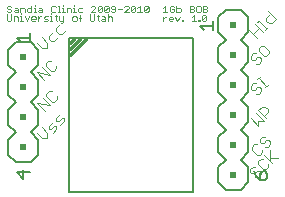
<source format=gto>
G75*
G70*
%OFA0B0*%
%FSLAX24Y24*%
%IPPOS*%
%LPD*%
%AMOC8*
5,1,8,0,0,1.08239X$1,22.5*
%
%ADD10C,0.0030*%
%ADD11C,0.0020*%
%ADD12C,0.0050*%
%ADD13C,0.0120*%
%ADD14C,0.0060*%
%ADD15R,0.0200X0.0200*%
D10*
X001778Y002332D02*
X001953Y002332D01*
X001953Y002507D01*
X001778Y002682D01*
X001995Y002636D02*
X001995Y002724D01*
X002126Y002855D01*
X002255Y002897D02*
X002255Y002984D01*
X002386Y003115D01*
X002430Y002984D02*
X002343Y002897D01*
X002255Y002897D01*
X002257Y002724D02*
X002169Y002724D01*
X002082Y002636D01*
X001995Y002636D01*
X002126Y002506D02*
X002257Y002636D01*
X002257Y002724D01*
X002386Y002766D02*
X002517Y002897D01*
X002517Y002984D01*
X002430Y002984D01*
X002056Y003411D02*
X001794Y003673D01*
X001923Y003715D02*
X001923Y003802D01*
X002011Y003890D01*
X002098Y003890D01*
X002272Y003715D02*
X002272Y003628D01*
X002185Y003541D01*
X002098Y003541D01*
X001923Y003715D01*
X002056Y003411D02*
X001619Y003498D01*
X001881Y003237D01*
X001604Y002507D02*
X001778Y002332D01*
X001858Y004252D02*
X001596Y004514D01*
X002033Y004427D01*
X001771Y004689D01*
X001901Y004731D02*
X002075Y004556D01*
X002162Y004556D01*
X002250Y004644D01*
X002250Y004731D01*
X002075Y004905D02*
X001988Y004905D01*
X001900Y004818D01*
X001901Y004731D01*
X001953Y005332D02*
X001778Y005332D01*
X001604Y005507D01*
X001778Y005682D02*
X001953Y005507D01*
X001953Y005332D01*
X002082Y005549D02*
X002169Y005549D01*
X002300Y005680D01*
X002343Y005810D02*
X002430Y005810D01*
X002561Y005940D01*
X002386Y006115D02*
X002255Y005984D01*
X002255Y005897D01*
X002343Y005810D01*
X002126Y005855D02*
X001995Y005724D01*
X001995Y005636D01*
X002082Y005549D01*
X008691Y005936D02*
X008953Y005674D01*
X008822Y005805D02*
X008997Y005980D01*
X008866Y006111D02*
X009128Y005849D01*
X009214Y005935D02*
X009301Y006022D01*
X009257Y005978D02*
X008995Y006240D01*
X008952Y006197D01*
X009256Y006239D02*
X009256Y006327D01*
X009387Y006458D01*
X009300Y006545D02*
X009562Y006283D01*
X009431Y006152D01*
X009344Y006152D01*
X009256Y006239D01*
X009170Y005410D02*
X009083Y005410D01*
X008995Y005323D01*
X008995Y005236D01*
X009170Y005061D01*
X009257Y005061D01*
X009345Y005149D01*
X009345Y005236D01*
X009170Y005410D01*
X008910Y005150D02*
X008822Y005150D01*
X008735Y005063D01*
X008735Y004976D01*
X008779Y004932D01*
X008866Y004932D01*
X008953Y005019D01*
X009041Y005019D01*
X009084Y004975D01*
X009084Y004888D01*
X008997Y004801D01*
X008910Y004801D01*
X009039Y004367D02*
X008952Y004280D01*
X008995Y004323D02*
X009257Y004061D01*
X009214Y004018D02*
X009301Y004105D01*
X009084Y003975D02*
X009084Y003888D01*
X008997Y003801D01*
X008910Y003801D01*
X008866Y003932D02*
X008779Y003932D01*
X008735Y003976D01*
X008735Y004063D01*
X008822Y004150D01*
X008910Y004150D01*
X008953Y004019D02*
X009041Y004019D01*
X009084Y003975D01*
X008953Y004019D02*
X008866Y003932D01*
X009118Y003375D02*
X009205Y003375D01*
X009293Y003288D01*
X009293Y003201D01*
X009162Y003070D01*
X009249Y002982D02*
X008987Y003244D01*
X009118Y003375D01*
X008901Y003158D02*
X009163Y002896D01*
X008989Y002896D01*
X008989Y002722D01*
X008727Y002984D01*
X009118Y002375D02*
X009031Y002288D01*
X009031Y002201D01*
X009074Y002157D01*
X009162Y002157D01*
X009249Y002244D01*
X009336Y002244D01*
X009380Y002201D01*
X009380Y002113D01*
X009293Y002026D01*
X009205Y002026D01*
X009120Y001940D02*
X009120Y001853D01*
X009032Y001766D01*
X008945Y001766D01*
X008770Y001940D01*
X008770Y002027D01*
X008858Y002115D01*
X008945Y002115D01*
X009118Y002375D02*
X009205Y002375D01*
X009364Y001938D02*
X009364Y001589D01*
X009364Y001676D02*
X009625Y001676D01*
X009451Y001501D02*
X009189Y001763D01*
X009147Y001634D02*
X009059Y001634D01*
X008972Y001546D01*
X008972Y001459D01*
X009147Y001285D01*
X009234Y001285D01*
X009321Y001372D01*
X009321Y001459D01*
X009061Y001199D02*
X009017Y001242D01*
X008930Y001242D01*
X008843Y001155D01*
X008755Y001155D01*
X008712Y001199D01*
X008712Y001286D01*
X008799Y001373D01*
X008886Y001373D01*
X009061Y001199D02*
X009061Y001111D01*
X008974Y001024D01*
X008886Y001024D01*
D11*
X002489Y006194D02*
X002452Y006157D01*
X002415Y006157D01*
X002379Y006231D02*
X002489Y006231D01*
X002489Y006194D02*
X002489Y006378D01*
X002342Y006378D02*
X002342Y006267D01*
X002379Y006231D01*
X002268Y006231D02*
X002231Y006267D01*
X002231Y006414D01*
X002194Y006378D02*
X002268Y006378D01*
X002305Y006511D02*
X002378Y006511D01*
X002342Y006511D02*
X002342Y006731D01*
X002305Y006731D01*
X002231Y006694D02*
X002194Y006731D01*
X002121Y006731D01*
X002084Y006694D01*
X002084Y006547D01*
X002121Y006511D01*
X002194Y006511D01*
X002231Y006547D01*
X002084Y006488D02*
X002084Y006451D01*
X002084Y006378D02*
X002084Y006231D01*
X002047Y006231D02*
X002121Y006231D01*
X002084Y006378D02*
X002047Y006378D01*
X001973Y006378D02*
X001863Y006378D01*
X001826Y006341D01*
X001863Y006304D01*
X001936Y006304D01*
X001973Y006267D01*
X001936Y006231D01*
X001826Y006231D01*
X001752Y006378D02*
X001715Y006378D01*
X001642Y006304D01*
X001642Y006231D02*
X001642Y006378D01*
X001568Y006341D02*
X001568Y006304D01*
X001421Y006304D01*
X001421Y006267D02*
X001421Y006341D01*
X001458Y006378D01*
X001531Y006378D01*
X001568Y006341D01*
X001458Y006231D02*
X001421Y006267D01*
X001458Y006231D02*
X001531Y006231D01*
X001347Y006378D02*
X001273Y006231D01*
X001200Y006378D01*
X001089Y006378D02*
X001089Y006231D01*
X001053Y006231D02*
X001126Y006231D01*
X000979Y006231D02*
X000979Y006341D01*
X000942Y006378D01*
X000832Y006378D01*
X000832Y006231D01*
X000758Y006267D02*
X000758Y006451D01*
X000721Y006511D02*
X000647Y006511D01*
X000611Y006547D01*
X000647Y006621D02*
X000721Y006621D01*
X000758Y006584D01*
X000758Y006547D01*
X000721Y006511D01*
X000832Y006547D02*
X000868Y006584D01*
X000979Y006584D01*
X000979Y006621D02*
X000979Y006511D01*
X000868Y006511D01*
X000832Y006547D01*
X000942Y006658D02*
X000979Y006621D01*
X000942Y006658D02*
X000868Y006658D01*
X000758Y006694D02*
X000721Y006731D01*
X000647Y006731D01*
X000611Y006694D01*
X000611Y006658D01*
X000647Y006621D01*
X000611Y006451D02*
X000611Y006267D01*
X000647Y006231D01*
X000721Y006231D01*
X000758Y006267D01*
X001053Y006378D02*
X001089Y006378D01*
X001089Y006451D02*
X001089Y006488D01*
X001053Y006511D02*
X001053Y006658D01*
X001163Y006658D01*
X001200Y006621D01*
X001200Y006511D01*
X001274Y006547D02*
X001274Y006621D01*
X001310Y006658D01*
X001421Y006658D01*
X001421Y006731D02*
X001421Y006511D01*
X001310Y006511D01*
X001274Y006547D01*
X001495Y006511D02*
X001568Y006511D01*
X001531Y006511D02*
X001531Y006658D01*
X001495Y006658D01*
X001531Y006731D02*
X001531Y006768D01*
X001679Y006658D02*
X001752Y006658D01*
X001789Y006621D01*
X001789Y006511D01*
X001679Y006511D01*
X001642Y006547D01*
X001679Y006584D01*
X001789Y006584D01*
X002452Y006511D02*
X002526Y006511D01*
X002489Y006511D02*
X002489Y006658D01*
X002452Y006658D01*
X002489Y006731D02*
X002489Y006768D01*
X002600Y006658D02*
X002710Y006658D01*
X002746Y006621D01*
X002746Y006511D01*
X002821Y006511D02*
X002894Y006511D01*
X002857Y006511D02*
X002857Y006658D01*
X002821Y006658D01*
X002857Y006731D02*
X002857Y006768D01*
X003005Y006658D02*
X002968Y006621D01*
X002968Y006547D01*
X003005Y006511D01*
X003115Y006511D01*
X003078Y006451D02*
X003041Y006414D01*
X003041Y006231D01*
X002931Y006267D02*
X002931Y006341D01*
X002894Y006378D01*
X002820Y006378D01*
X002784Y006341D01*
X002784Y006267D01*
X002820Y006231D01*
X002894Y006231D01*
X002931Y006267D01*
X003005Y006341D02*
X003078Y006341D01*
X003373Y006267D02*
X003410Y006231D01*
X003483Y006231D01*
X003520Y006267D01*
X003520Y006451D01*
X003557Y006511D02*
X003410Y006511D01*
X003557Y006658D01*
X003557Y006694D01*
X003520Y006731D01*
X003447Y006731D01*
X003410Y006694D01*
X003631Y006694D02*
X003631Y006547D01*
X003778Y006694D01*
X003778Y006547D01*
X003741Y006511D01*
X003668Y006511D01*
X003631Y006547D01*
X003631Y006414D02*
X003631Y006267D01*
X003667Y006231D01*
X003741Y006267D02*
X003778Y006304D01*
X003888Y006304D01*
X003888Y006341D02*
X003888Y006231D01*
X003778Y006231D01*
X003741Y006267D01*
X003778Y006378D02*
X003851Y006378D01*
X003888Y006341D01*
X003962Y006341D02*
X003999Y006378D01*
X004072Y006378D01*
X004109Y006341D01*
X004109Y006231D01*
X003962Y006231D02*
X003962Y006451D01*
X003962Y006511D02*
X003889Y006511D01*
X003852Y006547D01*
X003999Y006694D01*
X003999Y006547D01*
X003962Y006511D01*
X003852Y006547D02*
X003852Y006694D01*
X003889Y006731D01*
X003962Y006731D01*
X003999Y006694D01*
X004073Y006694D02*
X004110Y006731D01*
X004183Y006731D01*
X004220Y006694D01*
X004220Y006547D01*
X004183Y006511D01*
X004110Y006511D01*
X004073Y006547D01*
X004110Y006621D02*
X004220Y006621D01*
X004294Y006621D02*
X004441Y006621D01*
X004515Y006694D02*
X004552Y006731D01*
X004625Y006731D01*
X004662Y006694D01*
X004662Y006658D01*
X004515Y006511D01*
X004662Y006511D01*
X004736Y006547D02*
X004883Y006694D01*
X004883Y006547D01*
X004846Y006511D01*
X004773Y006511D01*
X004736Y006547D01*
X004736Y006694D01*
X004773Y006731D01*
X004846Y006731D01*
X004883Y006694D01*
X004957Y006658D02*
X005030Y006731D01*
X005030Y006511D01*
X004957Y006511D02*
X005104Y006511D01*
X005178Y006547D02*
X005325Y006694D01*
X005325Y006547D01*
X005288Y006511D01*
X005214Y006511D01*
X005178Y006547D01*
X005178Y006694D01*
X005214Y006731D01*
X005288Y006731D01*
X005325Y006694D01*
X005811Y006658D02*
X005884Y006731D01*
X005884Y006511D01*
X005811Y006511D02*
X005958Y006511D01*
X006032Y006547D02*
X006068Y006511D01*
X006142Y006511D01*
X006179Y006547D01*
X006179Y006621D01*
X006105Y006621D01*
X006032Y006694D02*
X006032Y006547D01*
X006032Y006694D02*
X006068Y006731D01*
X006142Y006731D01*
X006179Y006694D01*
X006253Y006658D02*
X006363Y006658D01*
X006400Y006621D01*
X006400Y006547D01*
X006363Y006511D01*
X006253Y006511D01*
X006253Y006731D01*
X006216Y006358D02*
X006289Y006211D01*
X006363Y006358D01*
X006437Y006247D02*
X006474Y006247D01*
X006474Y006211D01*
X006437Y006211D01*
X006437Y006247D01*
X006142Y006284D02*
X005995Y006284D01*
X005995Y006247D02*
X005995Y006321D01*
X006032Y006358D01*
X006105Y006358D01*
X006142Y006321D01*
X006142Y006284D01*
X006105Y006211D02*
X006032Y006211D01*
X005995Y006247D01*
X005921Y006358D02*
X005884Y006358D01*
X005811Y006284D01*
X005811Y006211D02*
X005811Y006358D01*
X006695Y006511D02*
X006805Y006511D01*
X006841Y006547D01*
X006841Y006584D01*
X006805Y006621D01*
X006695Y006621D01*
X006805Y006621D02*
X006841Y006658D01*
X006841Y006694D01*
X006805Y006731D01*
X006695Y006731D01*
X006695Y006511D01*
X006842Y006431D02*
X006842Y006211D01*
X006915Y006211D02*
X006768Y006211D01*
X006768Y006358D02*
X006842Y006431D01*
X006952Y006511D02*
X007026Y006511D01*
X007062Y006547D01*
X007062Y006694D01*
X007026Y006731D01*
X006952Y006731D01*
X006916Y006694D01*
X006916Y006547D01*
X006952Y006511D01*
X007137Y006511D02*
X007247Y006511D01*
X007283Y006547D01*
X007283Y006584D01*
X007247Y006621D01*
X007137Y006621D01*
X007247Y006621D02*
X007283Y006658D01*
X007283Y006694D01*
X007247Y006731D01*
X007137Y006731D01*
X007137Y006511D01*
X007136Y006431D02*
X007210Y006431D01*
X007247Y006394D01*
X007100Y006247D01*
X007136Y006211D01*
X007210Y006211D01*
X007247Y006247D01*
X007247Y006394D01*
X007136Y006431D02*
X007100Y006394D01*
X007100Y006247D01*
X007026Y006247D02*
X007026Y006211D01*
X006989Y006211D01*
X006989Y006247D01*
X007026Y006247D01*
X004110Y006621D02*
X004073Y006658D01*
X004073Y006694D01*
X003778Y006694D02*
X003741Y006731D01*
X003668Y006731D01*
X003631Y006694D01*
X003373Y006451D02*
X003373Y006267D01*
X003594Y006378D02*
X003667Y006378D01*
X003115Y006658D02*
X003005Y006658D01*
X002600Y006658D02*
X002600Y006511D01*
D12*
X001151Y001276D02*
X001151Y000975D01*
X000925Y001201D01*
X001376Y001201D01*
X002684Y000542D02*
X006818Y000542D01*
X006818Y005660D01*
X002684Y005660D01*
X002684Y000542D01*
X008825Y001216D02*
X008900Y001066D01*
X009051Y000915D01*
X009051Y001141D01*
X009126Y001216D01*
X009201Y001216D01*
X009276Y001141D01*
X009276Y000990D01*
X009201Y000915D01*
X009051Y000915D01*
X007476Y005915D02*
X007476Y006216D01*
X007476Y006066D02*
X007025Y006066D01*
X007176Y005915D01*
X001376Y005826D02*
X001376Y005525D01*
X001376Y005676D02*
X000925Y005676D01*
X001076Y005525D01*
D13*
X002751Y005501D02*
X002851Y005601D01*
X003051Y005601D02*
X002751Y005301D01*
X002751Y005101D02*
X003251Y005601D01*
D14*
X001651Y005261D02*
X001651Y004761D01*
X001401Y004511D01*
X001651Y004261D01*
X001651Y003761D01*
X001401Y003511D01*
X001651Y003261D01*
X001651Y002761D01*
X001401Y002511D01*
X001651Y002261D01*
X001651Y001761D01*
X001401Y001511D01*
X000901Y001511D01*
X000651Y001761D01*
X000651Y002261D01*
X000901Y002511D01*
X000651Y002761D01*
X000651Y003261D01*
X000901Y003511D01*
X000651Y003761D01*
X000651Y004261D01*
X000901Y004511D01*
X000651Y004761D01*
X000651Y005261D01*
X000901Y005511D01*
X001401Y005511D01*
X001651Y005261D01*
X007651Y005351D02*
X007651Y004851D01*
X007901Y004601D01*
X007651Y004351D01*
X007651Y003851D01*
X007901Y003601D01*
X007651Y003351D01*
X007651Y002851D01*
X007901Y002601D01*
X007651Y002351D01*
X007651Y001851D01*
X007901Y001601D01*
X007651Y001351D01*
X007651Y000851D01*
X007901Y000601D01*
X008401Y000601D01*
X008651Y000851D01*
X008651Y001351D01*
X008401Y001601D01*
X008651Y001851D01*
X008651Y002351D01*
X008401Y002601D01*
X008651Y002851D01*
X008651Y003351D01*
X008401Y003601D01*
X008651Y003851D01*
X008651Y004351D01*
X008401Y004601D01*
X008651Y004851D01*
X008651Y005351D01*
X008401Y005601D01*
X008651Y005851D01*
X008651Y006351D01*
X008401Y006601D01*
X007901Y006601D01*
X007651Y006351D01*
X007651Y005851D01*
X007901Y005601D01*
X007651Y005351D01*
D15*
X008151Y005101D03*
X008151Y006101D03*
X008151Y004101D03*
X008151Y003101D03*
X008151Y002101D03*
X008151Y001101D03*
X001151Y002011D03*
X001151Y003011D03*
X001151Y004011D03*
X001151Y005011D03*
M02*

</source>
